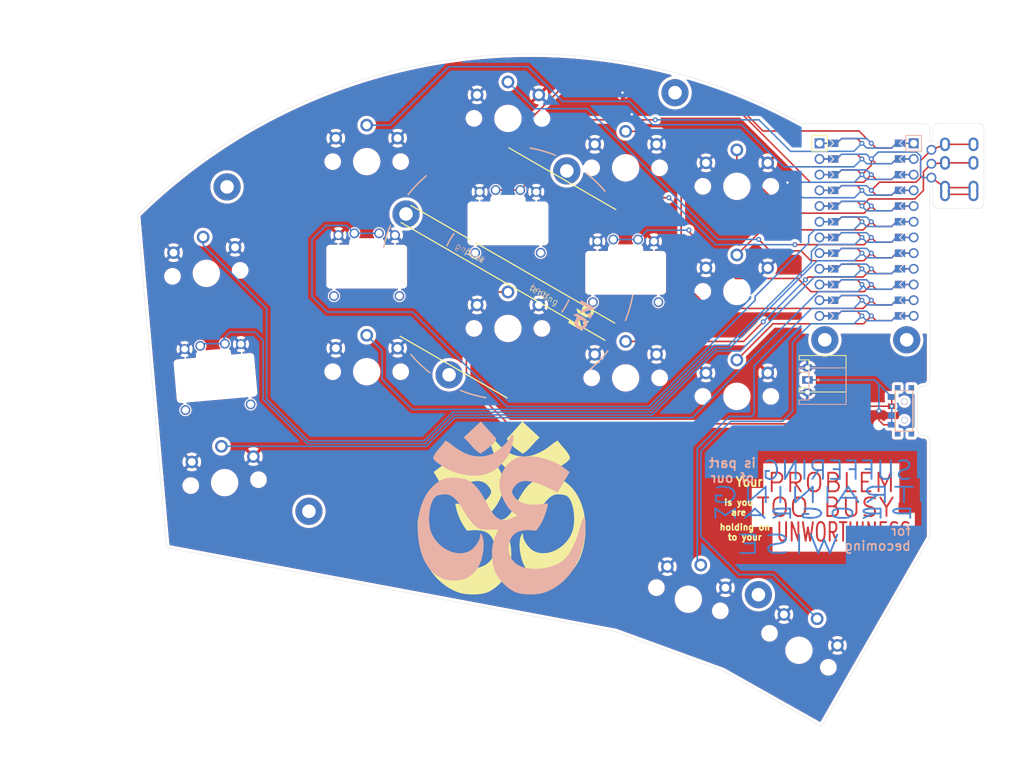
<source format=kicad_pcb>
(kicad_pcb (version 20211014) (generator pcbnew)
  (title_block (title "om") (rev "v1.0.0") (company "Unknown"))
  (layers (0 "F.Cu" signal) (31 "B.Cu" signal) (34 "B.Paste" user) (35 "F.Paste" user) (36 "B.SilkS" user "B.Silkscreen") (37 "F.SilkS" user "F.Silkscreen") (38 "B.Mask" user) (39 "F.Mask" user) (44 "Edge.Cuts" user))
  (net 0 "")
  (net 1 "GND")
  (net 2 "P7")
  (net 3 "P6")
  (net 4 "P5")
  (net 5 "P4")
  (net 6 "P3")
  (net 7 "P0")
  (net 8 "P1")
  (net 9 "P19")
  (net 10 "P18")
  (net 11 "P15")
  (net 12 "P14")
  (net 13 "P16")
  (net 14 "P10")
  (net 15 "P20")
  (net 16 "P21")
  (net 17 "P8")
  (net 18 "P9")
  (net 19 "RAW")
  (net 20 "RST")
  (net 21 "VCC")
  (net 22 "P2")
  (net 23 "POSITIVE")
  (footprint "E73:SPDT_C128955" (layer "F.Cu") (at 262.31 156.96 -90)
    (fp_text reference "T1" hide)
    (fp_text value "" hide)
  )
  (footprint "PG1350" (layer "F.Cu") (at 235.17 120.62)
    (fp_text reference "S15" hide)
    (fp_text value "" hide)
  )
  (footprint "JST_PH_S2B-PH-K_02x2.00mm_Angled" (layer "F.Cu") (at 246.6 150.955 90)
    (fp_text reference "JST1" hide)
    (fp_text value "" hide)
  )
  (footprint "Tenting Puck" (layer "F.Cu") (at 198.12 134.62 60)
    (fp_text reference "_1" hide)
    (fp_text value "Tenting Puck")
  )
  (footprint "" (layer "F.Cu") (at 238.66 186.71)
    (fp_text reference "")
    (fp_text value "")
  )
  (footprint "PG1350" (layer "F.Cu") (at 149.303719 134.703502 5)
    (fp_text reference "S3" hide)
    (fp_text value "" hide)
  )
  (footprint "TRRS-PJ-320A-dual" (layer "F.Cu") (at 273.46 110.62)
    (fp_text reference "REF**")
    (fp_text value "TRRS-PJ-320A-dual")
  )
  (footprint "PG1350" (layer "F.Cu") (at 235.17 137.62)
    (fp_text reference "S14" hide)
    (fp_text value "" hide)
  )
  (footprint "" (layer "F.Cu") (at 262.66 145.46)
    (fp_text reference "")
    (fp_text value "")
  )
  (footprint "PG1350" (layer "F.Cu") (at 227.319467 187.446363 -20)
    (fp_text reference "S16" hide)
    (fp_text value "" hide)
  )
  (footprint "" (layer "F.Cu") (at 249.41 145.46)
    (fp_text reference "")
    (fp_text value "")
  )
  (footprint "PG1350" (layer "F.Cu") (at 152.267014 168.574122 5)
    (fp_text reference "S1" hide)
    (fp_text value "" hide)
  )
  (footprint "PG1350" (layer "F.Cu") (at 175.26 116.62)
    (fp_text reference "S6" hide)
    (fp_text value "" hide)
  )
  (footprint "ProMicro" (layer "F.Cu") (at 256.17 127.62 -90)
    (fp_text reference "MCU1" hide)
    (fp_text value "")
  )
  (footprint "om:Kailh_PG1232" (layer "F.Cu") (at 175.26 133.62 180)
    (fp_text reference "S5" hide)
    (fp_text value "" hide)
  )
  (footprint "PG1350" (layer "F.Cu") (at 235.17 154.62)
    (fp_text reference "S13" hide)
    (fp_text value "" hide)
  )
  (footprint "" (layer "F.Cu") (at 225.16 105.46)
    (fp_text reference "")
    (fp_text value "")
  )
  (footprint "PG1350" (layer "F.Cu") (at 245.216963 195.71007 -30)
    (fp_text reference "S17" hide)
    (fp_text value "" hide)
  )
  (footprint "om:Kailh_PG1232" (layer "F.Cu") (at 217.17 134.62 180)
    (fp_text reference "S11" hide)
    (fp_text value "" hide)
  )
  (footprint "" (layer "F.Cu") (at 165.91 173.21)
    (fp_text reference "")
    (fp_text value "")
  )
  (footprint "" (layer "F.Cu") (at 266.66 116.96)
    (fp_text reference "")
    (fp_text value "")
  )
  (footprint "PG1350" (layer "F.Cu") (at 217.17 117.62)
    (fp_text reference "S12" hide)
    (fp_text value "" hide)
  )
  (footprint "om:Kailh_PG1232" (layer "F.Cu") (at 198.12 126.62 180)
    (fp_text reference "S8" hide)
    (fp_text value "" hide)
  )
  (footprint "" (layer "F.Cu") (at 266.66 114.71)
    (fp_text reference "")
    (fp_text value "")
  )
  (footprint "PG1350" (layer "F.Cu") (at 198.12 109.62)
    (fp_text reference "S9" hide)
    (fp_text value "" hide)
  )
  (footprint "PG1350" (layer "F.Cu") (at 217.17 151.62)
    (fp_text reference "S10" hide)
    (fp_text value "" hide)
  )
  (footprint "" (layer "F.Cu") (at 266.66 119.21)
    (fp_text reference "")
    (fp_text value "")
  )
  (footprint "om:Kailh_PG1232" (layer "F.Cu") (at 150.785366 151.638812 -175)
    (fp_text reference "S2" hide)
    (fp_text value "" hide)
  )
  (footprint "" (layer "F.Cu") (at 152.66 120.71)
    (fp_text reference "")
    (fp_text value "")
  )
  (footprint "PG1350" (layer "F.Cu") (at 175.26 150.62)
    (fp_text reference "S4" hide)
    (fp_text value "" hide)
  )
  (footprint "lib:Jumper" (layer "F.Cu") (at 217.16 105.46)
    (fp_text reference "J1" hide)
    (fp_text value "Jumper")
  )
  (footprint "PG1350" (layer "F.Cu") (at 198.12 143.62)
    (fp_text reference "S7" hide)
    (fp_text value "" hide)
  )
  (footprint "E73:SPDT_C128955" (layer "B.Cu") (at 262.2975 156.96 90)
    (fp_text reference "T1" hide)
    (fp_text value "" hide)
  )
  (gr_poly (pts (xy 198.100329 164.237575) (xy 198.22879 164.001321) (xy 198.349988 163.745502) (xy 198.462995 163.474921) (xy 198.566883 163.194379) (xy 198.660725 162.90868) (xy 198.743593 162.622627) (xy 198.814559 162.341023) (xy 198.872694 162.06867) (xy 198.917072 161.810371) (xy 198.946765 161.570929) (xy 198.960844 161.355148) (xy 198.958382 161.16783) (xy 198.938451 161.013777) (xy 198.921645 160.950726) (xy 198.900124 160.897793) (xy 198.873771 160.855577) (xy 198.842472 160.82468) (xy 198.806109 160.805702) (xy 198.764567 160.799242) (xy 198.654113 161.022797) (xy 198.530774 161.243032) (xy 198.395283 161.459664) (xy 198.248375 161.672407) (xy 198.090783 161.880976) (xy 197.923241 162.085088) (xy 197.746482 162.284458) (xy 197.561239 162.478801) (xy 197.368247 162.667833) (xy 197.168238 162.851269) (xy 196.961947 163.028824) (xy 196.750108 163.200215) (xy 196.533452 163.365156) (xy 196.312716 163.523363) (xy 196.088631 163.674551) (xy 195.861931 163.818437) (xy 195.45245 163.999087) (xy 195.041997 164.144943) (xy 194.630319 164.255956) (xy 194.217159 164.332075) (xy 193.802263 164.373252) (xy 193.385376 164.379438) (xy 192.966243 164.350584) (xy 192.544609 164.28664) (xy 192.120219 164.187557) (xy 191.692818 164.053287) (xy 191.26215 163.88378) (xy 190.827961 163.678987) (xy 190.389996 163.438858) (xy 189.947999 163.163345) (xy 189.501716 162.852399) (xy 189.050892 162.50597) (xy 188.854928 162.351957) (xy 188.668968 162.212448) (xy 188.497305 162.090198) (xy 188.344235 161.987961) (xy 188.214053 161.908494) (xy 188.158887 161.878159) (xy 188.111053 161.85455) (xy 188.071088 161.838011) (xy 188.039529 161.828886) (xy 188.016912 161.827519) (xy 188.009126 161.829853) (xy 188.003776 161.834256) (xy 187.888344 162.004137) (xy 187.764449 162.170802) (xy 187.633724 162.334959) (xy 187.497801 162.497315) (xy 186.934765 163.142892) (xy 186.79733 163.306864) (xy 186.664489 163.473283) (xy 186.537873 163.642857) (xy 186.419116 163.816294) (xy 186.309848 163.994302) (xy 186.211701 164.177589) (xy 186.167309 164.271433) (xy 186.126309 164.366862) (xy 186.088905 164.463965) (xy 186.055302 164.562831) (xy 186.060894 164.607352) (xy 186.077384 164.656527) (xy 186.104343 164.710071) (xy 186.141343 164.767696) (xy 186.187954 164.829117) (xy 186.24375 164.894046) (xy 186.381176 165.033282) (xy 186.550193 165.183115) (xy 186.747371 165.341249) (xy 186.969282 165.505395) (xy 187.212496 165.673258) (xy 187.473586 165.842546) (xy 187.749121 166.010968) (xy 188.035672 166.17623) (xy 188.329812 166.336041) (xy 188.628111 166.488107) (xy 188.92714 166.630136) (xy 189.22347 166.759836) (xy 189.513673 166.874915) (xy 190.208595 167.060975) (xy 190.876487 167.209444) (xy 191.518618 167.31835) (xy 192.136261 167.385723) (xy 192.730685 167.409595) (xy 193.303161 167.387993) (xy 193.854959 167.318949) (xy 194.123502 167.266021) (xy 194.387352 167.200493) (xy 194.646667 167.122119) (xy 194.901608 167.030653) (xy 195.152332 166.925849) (xy 195.398999 166.807461) (xy 195.641767 166.675242) (xy 195.880795 166.528946) (xy 196.116242 166.368327) (xy 196.348267 166.193138) (xy 196.577029 166.003133) (xy 196.802686 165.798067) (xy 197.025397 165.577692) (xy 197.245322 165.341763) (xy 197.677446 164.822255) (xy 198.100329 164.237575)) (layer "B.SilkS") (width 0.079374) (fill solid))
  (gr_poly (pts (xy 196.195152 161.465283) (xy 193.733805 158.736095) (xy 190.998479 161.26821) (xy 191.171016 161.417431) (xy 191.338411 161.575134) (xy 191.501622 161.739833) (xy 191.661608 161.910041) (xy 192.288438 162.616237) (xy 192.446655 162.791695) (xy 192.607392 162.963743) (xy 192.771606 163.130896) (xy 192.940253 163.291666) (xy 193.114293 163.444568) (xy 193.294682 163.588115) (xy 193.482378 163.72082) (xy 193.678339 163.841198) (xy 194.369994 163.350631) (xy 194.737262 163.084582) (xy 194.919772 162.945475) (xy 195.099062 162.801975) (xy 195.273279 162.653827) (xy 195.440572 162.500776) (xy 195.599087 162.342569) (xy 195.746972 162.178951) (xy 195.882373 162.009668) (xy 196.003439 161.834465) (xy 196.058017 161.744564) (xy 196.108316 161.653088) (xy 196.154105 161.560005) (xy 196.195152 161.465283)) (layer "B.SilkS") (width 0.079374) (fill solid))
  (gr_poly (pts (xy 204.083375 186.305893) (xy 204.368578 186.198328) (xy 204.648764 186.081313) (xy 205.193714 185.819388) (xy 205.717484 185.521025) (xy 206.219334 185.18713) (xy 206.698523 184.81861) (xy 207.154311 184.416372) (xy 207.585959 183.981323) (xy 207.992725 183.514369) (xy 208.373868 183.016416) (xy 208.72865 182.488372) (xy 209.056329 181.931144) (xy 209.356165 181.345637) (xy 209.627417 180.732759) (xy 209.869346 180.093416) (xy 210.08121 179.428516) (xy 210.26227 178.738964) (xy 210.333936 178.408515) (xy 210.398641 178.057833) (xy 210.506239 177.318702) (xy 210.583214 176.567439) (xy 210.627714 175.849913) (xy 210.637889 175.211993) (xy 210.629526 174.937218) (xy 210.611888 174.699546) (xy 210.584742 174.504709) (xy 210.547859 174.358441) (xy 210.501005 174.266475) (xy 210.473768 174.242648) (xy 210.443951 174.234546) (xy 210.433081 174.236784) (xy 210.421172 174.243423) (xy 210.408268 174.254355) (xy 210.394411 174.26947) (xy 210.379641 174.288658) (xy 210.364002 174.311809) (xy 210.330282 174.369563) (xy 210.293586 174.441854) (xy 210.254249 174.527806) (xy 210.212608 174.626541) (xy 210.168997 174.737181) (xy 210.123752 174.858851) (xy 210.077209 174.990671) (xy 210.029703 175.131766) (xy 209.981569 175.281258) (xy 209.933144 175.438269) (xy 209.884763 175.601922) (xy 209.836761 175.77134) (xy 209.789474 175.945646) (xy 209.682606 176.330122) (xy 209.567312 176.71045) (xy 209.444204 177.085358) (xy 209.313893 177.453576) (xy 209.17699 177.813836) (xy 209.034107 178.164865) (xy 208.885855 178.505395) (xy 208.732845 178.834154) (xy 208.575689 179.149874) (xy 208.414997 179.451283) (xy 208.251382 179.737112) (xy 208.085454 180.00609) (xy 207.917825 180.256947) (xy 207.749106 180.488414) (xy 207.579908 180.699219) (xy 207.410843 180.888093) (xy 207.264301 181.032674) (xy 207.105512 181.171535) (xy 206.935167 181.304561) (xy 206.753957 181.431638) (xy 206.361712 181.667483) (xy 205.93431 181.878149) (xy 205.477286 182.062717) (xy 204.996175 182.220265) (xy 204.49651 182.349875) (xy 203.983826 182.450626) (xy 203.463657 182.521597) (xy 202.941538 182.561869) (xy 202.423002 182.570522) (xy 201.913585 182.546634) (xy 201.418819 182.489287) (xy 200.94424 182.39756) (xy 200.71625 182.338516) (xy 200.495381 182.270532) (xy 200.282327 182.193494) (xy 200.077778 182.107285) (xy 199.92484 182.033517) (xy 199.777767 181.95386) (xy 199.636635 181.868513) (xy 199.501517 181.777675) (xy 199.372489 181.681546) (xy 199.249626 181.580323) (xy 199.133003 181.474208) (xy 199.022693 181.363398) (xy 198.918773 181.248093) (xy 198.821317 181.128492) (xy 198.7304 181.004794) (xy 198.646096 180.877199) (xy 198.568482 180.745906) (xy 198.49763 180.611113) (xy 198.433617 180.47302) (xy 198.376517 180.331826) (xy 198.326405 180.187731) (xy 198.283355 180.040932) (xy 198.247443 179.891631) (xy 198.218744 179.740025) (xy 198.197332 179.586314) (xy 198.183283 179.430698) (xy 198.17667 179.273374) (xy 198.177569 179.114543) (xy 198.186055 178.954404) (xy 198.202203 178.793155) (xy 198.226087 178.630997) (xy 198.257782 178.468127) (xy 198.297363 178.304746) (xy 198.344905 178.141052) (xy 198.400484 177.977245) (xy 198.464172 177.813523) (xy 198.518629 177.68972) (xy 198.577309 177.571152) (xy 198.640282 177.457793) (xy 198.707618 177.349618) (xy 198.779388 177.246603) (xy 198.855663 177.148722) (xy 198.936512 177.055951) (xy 199.022007 176.968263) (xy 199.112217 176.885635) (xy 199.207213 176.80804) (xy 199.307066 176.735455) (xy 199.411846 176.667854) (xy 199.521622 176.605211) (xy 199.636467 176.547503) (xy 199.75645 176.494703) (xy 199.881641 176.446787) (xy 200.012112 176.403729) (xy 200.147932 176.365505) (xy 200.289171 176.33209) (xy 200.435901 176.303458) (xy 200.588192 176.279585) (xy 200.746114 176.260444) (xy 200.909737 176.246013) (xy 201.079133 176.236264) (xy 201.25437 176.231174) (xy 201.435521 176.230716) (xy 201.622655 176.234867) (xy 201.815842 176.243601) (xy 202.015154 176.256893) (xy 202.22066 176.274718) (xy 202.432431 176.29705) (xy 202.650537 176.323865) (xy 202.713598 176.251554) (xy 202.78708 176.161933) (xy 202.883778 176.037348) (xy 203.000129 175.878313) (xy 203.132571 175.685338) (xy 203.27754 175.458934) (xy 203.431473 175.199613) (xy 203.590806 174.907886) (xy 203.671385 174.75003) (xy 203.751978 174.584264) (xy 203.83214 174.410653) (xy 203.911425 174.229259) (xy 203.989388 174.040148) (xy 204.065583 173.843383) (xy 204.139566 173.639027) (xy 204.21089 173.427145) (xy 204.279111 173.207801) (xy 204.343783 172.981058) (xy 204.40446 172.74698) (xy 204.460697 172.505632) (xy 204.512049 172.257078) (xy 204.558071 172.00138) (xy 203.07527 172.135836) (xy 202.745586 172.159691) (xy 202.426466 172.170589) (xy 202.118218 172.16862) (xy 201.821151 172.153874) (xy 201.535576 172.126442) (xy 201.2618 172.086414) (xy 201.000134 172.033882) (xy 200.750886 171.968935) (xy 200.514366 171.891665) (xy 200.290882 171.802161) (xy 200.080744 171.700514) (xy 199.884261 171.586815) (xy 199.701742 171.461154) (xy 199.533497 171.323621) (xy 199.379834 171.174309) (xy 199.241063 171.013306) (xy 199.125639 170.862298) (xy 199.026029 170.721784) (xy 198.9423 170.590238) (xy 198.906411 170.527353) (xy 198.874518 170.466139) (xy 198.846629 170.406405) (xy 198.822752 170.347961) (xy 198.802896 170.290617) (xy 198.787068 170.234182) (xy 198.775278 170.178465) (xy 198.767533 170.123277) (xy 198.763842 170.068426) (xy 198.764214 170.013722) (xy 198.768656 169.958976) (xy 198.777178 169.903995) (xy 198.789787 169.848591) (xy 198.806492 169.792572) (xy 198.827301 169.735748) (xy 198.852223 169.677928) (xy 198.881266 169.618922) (xy 198.914439 169.55854) (xy 198.951749 169.496591) (xy 198.993205 169.432885) (xy 199.08859 169.299438) (xy 199.200661 169.156677) (xy 199.329483 169.003076) (xy 199.430982 168.892492) (xy 199.537605 168.790956) (xy 199.649555 168.698502) (xy 199.767034 168.615164) (xy 199.890243 168.540974) (xy 200.019384 168.475966) (xy 200.15466 168.420173) (xy 200.296272 168.373627) (xy 200.444423 168.336362) (xy 200.599313 168.308412) (xy 200.761146 168.289808) (xy 200.930124 168.280585) (xy 201.106447 168.280775) (xy 201.290318 168.290412) (xy 201.48194 168.309529) (xy 201.681513 168.338158) (xy 201.88924 168.376334) (xy 202.105324 168.424088) (xy 202.329965 168.481454) (xy 202.563366 168.548466) (xy 202.805728 168.625156) (xy 203.057255 168.711558) (xy 203.588606 168.913629) (xy 204.159036 169.154943) (xy 204.77016 169.435766) (xy 205.423594 169.756363) (xy 206.120952 170.116999) (xy 208.058094 166.869764) (xy 207.245969 166.250323) (xy 206.847546 165.968521) (xy 206.418425 165.705885) (xy 205.963033 165.463387) (xy 205.485794 165.241998) (xy 204.991135 165.042691) (xy 204.483481 164.866437) (xy 203.967259 164.714209) (xy 203.446893 164.586978) (xy 202.926809 164.485717) (xy 202.411434 164.411397) (xy 201.905193 164.36499) (xy 201.412512 164.347468) (xy 200.937816 164.359803) (xy 200.485531 164.402966) (xy 200.060082 164.477931) (xy 199.665897 164.585668) (xy 199.495627 164.647536) (xy 199.328435 164.71952) (xy 199.164544 164.801223) (xy 199.004176 164.892247) (xy 198.847554 164.992195) (xy 198.694902 165.10067) (xy 198.546441 165.217273) (xy 198.402395 165.341609) (xy 198.262986 165.473279) (xy 198.128437 165.611886) (xy 197.99897 165.757033) (xy 197.874809 165.908322) (xy 197.756176 166.065355) (xy 197.643293 166.227737) (xy 197.536385 166.395068) (xy 197.435672 166.566952) (xy 197.341378 166.742991) (xy 197.253726 166.922788) (xy 197.172938 167.105946) (xy 197.099237 167.292067) (xy 197.032846 167.480754) (xy 196.973988 167.671609) (xy 196.922885 167.864235) (xy 196.87976 168.058235) (xy 196.844835 168.253211) (xy 196.818334 168.448766) (xy 196.800479 168.644502) (xy 196.791493 168.840022) (xy 196.791599 169.034929) (xy 196.801019 169.228825) (xy 196.819976 169.421313) (xy 196.848692 169.611996) (xy 196.903958 169.874375) (xy 196.977618 170.146772) (xy 197.068058 170.426365) (xy 197.17366 170.710331) (xy 197.292809 170.995848) (xy 197.42389 171.280092) (xy 197.565285 171.560241) (xy 197.715379 171.833472) (xy 197.872556 172.096962) (xy 198.0352 172.347889) (xy 198.201696 172.583431) (xy 198.370426 172.800763) (xy 198.539775 172.997065) (xy 198.708127 173.169512) (xy 198.873866 173.315282) (xy 199.035376 173.431553) (xy 199.766028 173.894169) (xy 198.756784 174.349273) (xy 198.597931 174.417763) (xy 198.442832 174.478167) (xy 198.291328 174.530396) (xy 198.143259 174.574358) (xy 197.998466 174.609965) (xy 197.856789 174.637126) (xy 197.718069 174.65575) (xy 197.582145 174.665748) (xy 197.448858 174.667029) (xy 197.318048 174.659504) (xy 197.189557 174.643082) (xy 197.063223 174.617672) (xy 196.938887 174.583186) (xy 196.816391 174.539532) (xy 196.695573 174.486621) (xy 196.576275 174.424362) (xy 196.458337 174.352665) (xy 196.341598 174.27144) (xy 196.2259 174.180598) (xy 196.111083 174.080047) (xy 195.996987 173.969697) (xy 195.883453 173.849459) (xy 195.77032 173.719243) (xy 195.657429 173.578957) (xy 195.544621 173.428513) (xy 195.431736 173.267819) (xy 195.205095 172.915324) (xy 194.976229 172.52075) (xy 194.743862 172.083377) (xy 194.425893 171.477179) (xy 194.119112 170.92743) (xy 193.820447 170.43173) (xy 193.526829 169.987682) (xy 193.235185 169.592887) (xy 192.942445 169.244945) (xy 192.794705 169.087794) (xy 192.645539 168.941458) (xy 192.494563 168.805635) (xy 192.341394 168.680027) (xy 192.185648 168.564333) (xy 192.026941 168.458254) (xy 191.864889 168.361489) (xy 191.699108 168.273739) (xy 191.529214 168.194704) (xy 191.354824 168.124084) (xy 191.175554 168.061579) (xy 190.991019 168.00689) (xy 190.604622 167.919758) (xy 190.192561 167.86029) (xy 189.751765 167.826087) (xy 189.279165 167.814749) (xy 189.060106 167.816025) (xy 188.857585 167.820865) (xy 188.669792 167.829802) (xy 188.494914 167.843371) (xy 188.331139 167.862106) (xy 188.176655 167.886541) (xy 188.029651 167.91721) (xy 187.888313 167.954647) (xy 187.750832 167.999386) (xy 187.615393 168.051961) (xy 187.480186 168.112906) (xy 187.343399 168.182755) (xy 187.203219 168.262043) (xy 187.057834 168.351302) (xy 186.905434 168.451068) (xy 186.744205 168.561875) (xy 186.539713 168.712085) (xy 186.341211 168.8718) (xy 186.148785 169.040793) (xy 185.962519 169.21884) (xy 185.782496 169.405716) (xy 185.608803 169.601194) (xy 185.441522 169.805051) (xy 185.28074 170.017059) (xy 185.12654 170.236995) (xy 184.979006 170.464633) (xy 184.838224 170.699748) (xy 184.704278 170.942114) (xy 184.457231 171.447699) (xy 184.238541 171.979586) (xy 184.048886 172.535972) (xy 183.88894 173.115056) (xy 183.75938 173.715035) (xy 183.660883 174.334106) (xy 183.594123 174.970468) (xy 183.559779 175.622319) (xy 183.558524 176.287855) (xy 183.591037 176.965275) (xy 183.675375 177.808487) (xy 183.80193 178.607731) (xy 183.96958 179.361569) (xy 184.177198 180.06856) (xy 184.423661 180.727265) (xy 184.707846 181.336244) (xy 185.028626 181.894058) (xy 185.384879 182.399267) (xy 185.575956 182.631694) (xy 185.77548 182.850431) (xy 185.983309 183.055296) (xy 186.199304 183.24611) (xy 186.423324 183.422693) (xy 186.655228 183.584866) (xy 186.894876 183.732447) (xy 187.142127 183.865258) (xy 187.396841 183.983117) (xy 187.658877 184.085846) (xy 187.928094 184.173264) (xy 188.204353 184.245192) (xy 188.487513 184.301449) (xy 188.777432 184.341855) (xy 189.073971 184.366231) (xy 189.376989 184.374396) (xy 189.705724 184.366975) (xy 190.020113 184.344499) (xy 190.320746 184.306647) (xy 190.60821 184.2531) (xy 190.883094 184.183537) (xy 191.145985 184.097639) (xy 191.397471 183.995086) (xy 191.638142 183.875557) (xy 191.868583 183.738733) (xy 192.089385 183.584294) (xy 192.301135 183.411919) (xy 192.50442 183.221289) (xy 192.69983 183.012083) (xy 192.887951 182.783982) (xy 193.069373 182.536666) (xy 193.244683 182.269814) (xy 193.390859 182.012509) (xy 193.526071 181.72938) (xy 193.649756 181.424397) (xy 193.761351 181.101527) (xy 193.860293 180.76474) (xy 193.94602 180.418003) (xy 194.01797 180.065286) (xy 194.075578 179.710557) (xy 194.118283 179.357784) (xy 194.145522 179.010935) (xy 194.156732 178.67398) (xy 194.15135 178.350887) (xy 194.128813 178.045624) (xy 194.08856 177.76216) (xy 194.030026 177.504463) (xy 193.952649 177.276502) (xy 193.877427 177.097709) (xy 193.845652 177.026453) (xy 193.817462 176.967151) (xy 193.792628 176.919698) (xy 193.770921 176.883989) (xy 193.761167 176.870506) (xy 193.75211 176.859919) (xy 193.743719 176.852216) (xy 193.735966 176.847384) (xy 193.728822 176.845409) (xy 193.72226 176.846278) (xy 193.716249 176.849979) (xy 193.710762 176.856497) (xy 193.705769 176.865821) (xy 193.701243 176.877936) (xy 193.693473 176.91049) (xy 193.687223 176.954053) (xy 193.682264 177.008521) (xy 193.678365 177.07379) (xy 193.675298 177.149753) (xy 193.670242 177.225884) (xy 193.660205 177.304685) (xy 193.625887 177.469299) (xy 193.573742 177.6416) (xy 193.505166 177.819591) (xy 193.421559 178.001275) (xy 193.324317 178.184654) (xy 193.214839 178.367733) (xy 193.094522 178.548513) (xy 192.964765 178.724999) (xy 192.826963 178.895194) (xy 192.682516 179.0571) (xy 192.532822 179.20872) (xy 192.379277 179.348058) (xy 192.223279 179.473117) (xy 192.066227 179.5819) (xy 191.909518 179.67241) (xy 191.715528 179.764476) (xy 191.516813 179.842799) (xy 191.313861 179.9076) (xy 191.107158 179.9591) (xy 190.897192 179.99752) (xy 190.68445 180.023079) (xy 190.469421 180.035999) (xy 190.25259 180.0365) (xy 190.034445 180.024802) (xy 189.815474 180.001126) (xy 189.596165 179.965694) (xy 189.377003 179.918724) (xy 189.158478 179.860438) (xy 188.941075 179.791056) (xy 188.725282 179.710799) (xy 188.511588 179.619888) (xy 188.300478 179.518543) (xy 188.09244 179.406984) (xy 187.887963 179.285432) (xy 187.687532 179.154108) (xy 187.491635 179.013232) (xy 187.300761 178.863025) (xy 187.115395 178.703707) (xy 186.936025 178.535499) (xy 186.76314 178.358621) (xy 186.597225 178.173295) (xy 186.438768 177.97974) (xy 186.288257 177.778177) (xy 186.146179 177.568826) (xy 186.013022 177.351909) (xy 185.889272 177.127646) (xy 185.775417 176.896257) (xy 185.625997 176.520072) (xy 185.507388 176.109493) (xy 185.418687 175.671534) (xy 185.35899 175.213209) (xy 185.327393 174.741534) (xy 185.322994 174.263523) (xy 185.344889 173.786191) (xy 185.392174 173.316553) (xy 185.463947 172.861624) (xy 185.559303 172.428418) (xy 185.67734 172.02395) (xy 185.817153 171.655236) (xy 185.97784 171.329289) (xy 186.065729 171.184545) (xy 186.158498 171.053125) (xy 186.256033 170.935903) (xy 186.358222 170.833758) (xy 186.464952 170.747565) (xy 186.576109 170.678203) (xy 186.627772 170.653133) (xy 186.687442 170.628766) (xy 186.754408 170.605229) (xy 186.827959 170.582646) (xy 186.90738 170.561145) (xy 186.991962 170.540852) (xy 187.080991 170.521893) (xy 187.173755 170.504394) (xy 187.269542 170.488481) (xy 187.367641 170.47428) (xy 187.467338 170.461918) (xy 187.567922 170.45152) (xy 187.668682 170.443214) (xy 187.768903 170.437124) (xy 187.867876 170.433378) (xy 187.964886 170.432101) (xy 188.066037 170.434405) (xy 188.165926 170.44138) (xy 188.26466 170.453123) (xy 188.362345 170.46973) (xy 188.459086 170.491298) (xy 188.554987 170.517924) (xy 188.650156 170.549705) (xy 188.744696 170.586736) (xy 188.838715 170.629114) (xy 188.932316 170.676936) (xy 189.025606 170.730298) (xy 189.11869 170.789297) (xy 189.211674 170.85403) (xy 189.304662 170.924593) (xy 189.397761 171.001082) (xy 189.491077 171.083594) (xy 189.584713 171.172227) (xy 189.678776 171.267075) (xy 189.868606 171.475806) (xy 190.061408 171.710561) (xy 190.258027 171.972112) (xy 190.459307 172.261232) (xy 190.666092 172.578692) (xy 190.879225 172.925265) (xy 191.099549 173.301723) (xy 191.266751 173.581012) (xy 191.454079 173.871569) (xy 191.655193 174.16489) (xy 191.86375 174.45247) (xy 192.07341 174.725803) (xy 192.277832 174.976386) (xy 192.470674 175.195713) (xy 192.560771 175.290998) (xy 192.645596 175.37528) (xy 192.773748 175.495814) (xy 192.893581 175.603075) (xy 193.007471 175.697821) (xy 193.117795 175.780811) (xy 193.172362 175.818134) (xy 193.22693 175.852802) (xy 193.281794 175.88491) (xy 193.337253 175.914554) (xy 193.393603 175.941827) (xy 193.451141 175.966825) (xy 193.510165 175.989642) (xy 193.570972 176.010373) (xy 193.633858 176.029113) (xy 193.699121 176.045957) (xy 193.767058 176.061) (xy 193.837966 176.074336) (xy 193.912143 176.08606) (xy 193.989885 176.096268) (xy 194.157253 176.112511) (xy 194.342449 176.123824) (xy 194.547848 176.130966) (xy 194.775828 176.134695) (xy 195.028766 176.135769) (xy 196.61758 176.135769) (xy 196.104021 177.276502) (xy 195.975207 177.594104) (xy 195.864397 177.9326) (xy 195.771552 178.288976) (xy 195.696633 178.660217) (xy 195.639598 179.043308) (xy 195.60041 179.435235) (xy 195.579029 179.832983) (xy 195.575414 180.233537) (xy 195.589527 180.633882) (xy 195.621327 181.031004) (xy 195.670776 181.421888) (xy 195.737834 181.803519) (xy 195.822461 182.172883) (xy 195.924618 182.526965) (xy 196.044265 182.86275) (xy 196.181362 183.177223) (xy 196.320472 183.444738) (xy 196.478926 183.711043) (xy 196.654939 183.974512) (xy 196.846721 184.233519) (xy 197.052486 184.48644) (xy 197.270446 184.731649) (xy 197.498814 184.96752) (xy 197.735801 185.192428) (xy 197.979621 185.404748) (xy 198.228487 185.602853) (xy 198.480609 185.785119) (xy 198.734202 185.949919) (xy 198.987477 186.095629) (xy 199.238647 186.220623) (xy 199.485924 186.323276) (xy 199.727521 186.401962) (xy 199.968061 186.46183) (xy 200.224345 186.512662) (xy 200.493905 186.55451) (xy 200.774274 186.587431) (xy 201.062983 186.611478) (xy 201.357564 186.626705) (xy 201.65555 186.633167) (xy 201.954471 186.630919) (xy 202.251861 186.620015) (xy 202.54525 186.60051) (xy 202.832171 186.572457) (xy 203.110157 186.535912) (xy 203.376738 186.490929) (xy 203.629446 186.437561) (xy 203.865815 186.375865) (xy 204.083375 186.305893)) (layer "B.SilkS") (width 0.079374) (fill solid))
  (gr_poly (pts (xy 196.096085 164.237575) (xy 195.967624 164.001321) (xy 195.846426 163.745502) (xy 195.733419 163.474921) (xy 195.629531 163.194379) (xy 195.535689 162.90868) (xy 195.452821 162.622627) (xy 195.381855 162.341023) (xy 195.32372 162.06867) (xy 195.279342 161.810371) (xy 195.249649 161.570929) (xy 195.23557 161.355148) (xy 195.238032 161.16783) (xy 195.257963 161.013777) (xy 195.274769 160.950726) (xy 195.29629 160.897793) (xy 195.322643 160.855577) (xy 195.353942 160.82468) (xy 195.390305 160.805702) (xy 195.431847 160.799242) (xy 195.542301 161.022797) (xy 195.66564 161.243032) (xy 195.801131 161.459664) (xy 195.948039 161.672407) (xy 196.105631 161.880976) (xy 196.273173 162.085088) (xy 196.449932 162.284458) (xy 196.635175 162.478801) (xy 196.828167 162.667833) (xy 197.028176 162.851269) (xy 197.234467 163.028824) (xy 197.446306 163.200215) (xy 197.662962 163.365156) (xy 197.883698 163.523363) (xy 198.107783 163.674551) (xy 198.334483 163.818437) (xy 198.743964 163.999087) (xy 199.154417 164.144943) (xy 199.566095 164.255956) (xy 199.979255 164.332075) (xy 200.394151 164.373252) (xy 200.811038 164.379438) (xy 201.230171 164.350584) (xy 201.651805 164.28664) (xy 202.076195 164.187557) (xy 202.503596 164.053287) (xy 202.934264 163.88378) (xy 203.368453 163.678987) (xy 203.806418 163.438858) (xy 204.248415 163.163345) (xy 204.694698 162.852399) (xy 205.145522 162.50597) (xy 205.341486 162.351957) (xy 205.527446 162.212448) (xy 205.699109 162.090198) (xy 205.852179 161.987961) (xy 205.982361 161.908494) (xy 206.037527 161.878159) (xy 206.085361 161.85455) (xy 206.125326 161.838011) (xy 206.156885 161.828886) (xy 206.179502 161.827519) (xy 206.187288 161.829853) (xy 206.192638 161.834256) (xy 206.30807 162.004137) (xy 206.431965 162.170802) (xy 206.56269 162.334959) (xy 206.698613 162.497315) (xy 207.261649 163.142892) (xy 207.399084 163.306864) (xy 207.531925 163.473283) (xy 207.658541 163.642857) (xy 207.777298 163.816294) (xy 207.886566 163.994302) (xy 207.984713 164.177589) (xy 208.029105 164.271433) (xy 208.070105 164.366862) (xy 208.107509 164.463965) (xy 208.141112 164.562831) (xy 208.13552 164.607352) (xy 208.11903 164.656527) (xy 208.092071 164.710071) (xy 208.055071 164.767696) (xy 208.00846 164.829117) (xy 207.952664 164.894046) (xy 207.815238 165.033282) (xy 207.646221 165.183115) (xy 207.449043 165.341249) (xy 207.227132 165.505395) (xy 206.983918 165.673258) (xy 206.722828 165.842546) (xy 206.447293 166.010968) (xy 206.160742 166.17623) (xy 205.866602 166.336041) (xy 205.568303 166.488107) (xy 205.269274 166.630136) (xy 204.972944 166.759836) (xy 204.682741 166.874915) (xy 203.987819 167.060975) (xy 203.319927 167.209444) (xy 202.677796 167.31835) (xy 202.060153 167.385723) (xy 201.465729 167.409595) (xy 200.893253 167.387993) (xy 200.341455 167.318949) (xy 200.072912 167.266021) (xy 199.809062 167.200493) (xy 199.549747 167.122119) (xy 199.294806 167.030653) (xy 199.044082 166.925849) (xy 198.797415 166.807461) (xy 198.554647 166.675242) (xy 198.315619 166.528946) (xy 198.080172 166.368327) (xy 197.848147 166.193138) (xy 197.619385 166.003133) (xy 197.393728 165.798067) (xy 197.171017 165.577692) (xy 196.951092 165.341763) (xy 196.518968 164.822255) (xy 196.096085 164.237575)) (layer "F.SilkS") (width 0.079374) (fill solid))
  (gr_poly (pts (xy 198.001262 161.465283) (xy 200.462609 158.736095) (xy 203.197935 161.26821) (xy 203.025398 161.417431) (xy 202.858003 161.575134) (xy 202.694792 161.739833) (xy 202.534806 161.910041) (xy 201.907976 162.616237) (xy 201.749759 162.791695) (xy 201.589022 162.963743) (xy 201.424808 163.130896) (xy 201.256161 163.291666) (xy 201.082121 163.444568) (xy 200.901732 163.588115) (xy 200.714036 163.72082) (xy 200.518075 163.841198) (xy 199.82642 163.350631) (xy 199.459152 163.084582) (xy 199.276642 162.945475) (xy 199.097352 162.801975) (xy 198.923135 162.653827) (xy 198.755842 162.500776) (xy 198.597327 162.342569) (xy 198.449442 162.178951) (xy 198.314041 162.009668) (xy 198.192975 161.834465) (xy 198.138397 161.744564) (xy 198.088098 161.653088) (xy 198.042309 161.560005) (xy 198.001262 161.465283)) (layer "F.SilkS") (width 0.079374) (fill solid))
  (gr_poly (pts (xy 190.113039 186.305893) (xy 189.827836 186.198328) (xy 189.54765 186.081313) (xy 189.0027 185.819388) (xy 188.47893 185.521025) (xy 187.97708 185.18713) (xy 187.497891 184.81861) (xy 187.042103 184.416372) (xy 186.610455 183.981323) (xy 186.203689 183.514369) (xy 185.822546 183.016416) (xy 185.467764 182.488372) (xy 185.140085 181.931144) (xy 184.840249 181.345637) (xy 184.568997 180.732759) (xy 184.327068 180.093416) (xy 184.115204 179.428516) (xy 183.934144 178.738964) (xy 183.862478 178.408515) (xy 183.797773 178.057833) (xy 183.690175 177.318702) (xy 183.6132 176.567439) (xy 183.5687 175.849913) (xy 183.558525 175.211993) (xy 183.566888 174.937218) (xy 183.584526 174.699546) (xy 183.611672 174.504709) (xy 183.648555 174.358441) (xy 183.695409 174.266475) (xy 183.722646 174.242648) (xy 183.752463 174.234546) (xy 183.763333 174.236784) (xy 183.775242 174.243423) (xy 183.788146 174.254355) (xy 183.802003 174.26947) (xy 183.816773 174.288658) (xy 183.832412 174.311809) (xy 183.866132 174.369563) (xy 183.902828 174.441854) (xy 183.942165 174.527806) (xy 183.983806 174.626541) (xy 184.027417 174.737181) (xy 184.072662 174.858851) (xy 184.119205 174.990671) (xy 184.166711 175.131766) (xy 184.214845 175.281258) (xy 184.26327 175.438269) (xy 184.311651 175.601922) (xy 184.359653 175.77134) (xy 184.40694 175.945646) (xy 184.513808 176.330122) (xy 184.629102 176.71045) (xy 184.75221 177.085358) (xy 184.882521 177.453576) (xy 185.019424 177.813836) (xy 185.162307 178.164865) (xy 185.310559 178.505395) (xy 185.463569 178.834154) (xy 185.620725 179.149874) (xy 185.781417 179.451283) (xy 185.945032 179.737112) (xy 186.11096 180.00609) (xy 186.278589 180.256947) (xy 186.447308 180.488414) (xy 186.616506 180.699219) (xy 186.785571 180.888093) (xy 186.932113 181.032674) (xy 187.090902 181.171535) (xy 187.261247 181.304561) (xy 187.442457 181.431638) (xy 187.834702 181.667483) (xy 188.262104 181.878149) (xy 188.719128 182.062717) (xy 189.200239 182.220265) (xy 189.699904 182.349875) (xy 190.212588 182.450626) (xy 190.732757 182.521597) (xy 191.254876 182.561869) (xy 191.773412 182.570522) (xy 192.282829 182.546634) (xy 192.777595 182.489287) (xy 193.252174 182.39756) (xy 193.480164 182.338516) (xy 193.701033 182.270532) (xy 193.914087 182.193494) (xy 194.118636 182.107285) (xy 194.271574 182.033517) (xy 194.418647 181.95386) (xy 194.559779 181.868513) (xy 194.694897 181.777675) (xy 194.823925 181.681546) (xy 194.946788 181.580323) (xy 195.063411 181.474208) (xy 195.173721 181.363398) (xy 195.277641 181.248093) (xy 195.375097 181.128492) (xy 195.466014 181.004794) (xy 195.550318 180.877199) (xy 195.627932 180.745906) (xy 195.698784 180.611113) (xy 195.762797 180.47302) (xy 195.819897 180.331826) (xy 195.870009 180.187731) (xy 195.913059 180.040932) (xy 195.948971 179.891631) (xy 195.97767 179.740025) (xy 195.999082 179.586314) (xy 196.013131 179.430698) (xy 196.019744 179.273374) (xy 196.018845 179.114543) (xy 196.010359 178.954404) (xy 195.994211 178.793155) (xy 195.970327 178.630997) (xy 195.938632 178.468127) (xy 195.899051 178.304746) (xy 195.851509 178.141052) (xy 195.79593 177.977245) (xy 195.732242 177.813523) (xy 195.677785 177.68972) (xy 195.619105 177.571152) (xy 195.556132 177.457793) (xy 195.488796 177.349618) (xy 195.417026 177.246603) (xy 195.340751 177.148722) (xy 195.259902 177.055951) (xy 195.174407 176.968263) (xy 195.084197 176.885635) (xy 194.989201 176.80804) (xy 194.889348 176.735455) (xy 194.784568 176.667854) (xy 194.674792 176.605211) (xy 194.559947 176.547503) (xy 194.439964 176.494703) (xy 194.314773 176.446787) (xy 194.184302 176.403729) (xy 194.048482 176.365505) (xy 193.907243 176.33209) (xy 193.760513 176.303458) (xy 193.608222 176.279585) (xy 193.4503 176.260444) (xy 193.286677 176.246013) (xy 193.117281 176.236264) (xy 192.942044 176.231174) (xy 192.760893 176.230716) (xy 192.573759 176.234867) (xy 192.380572 176.243601) (xy 192.18126 176.256893) (xy 191.975754 176.274718) (xy 191.763983 176.29705) (xy 191.545877 176.323865) (xy 191.482816 176.251554) (xy 191.409334 176.161933) (xy 191.312636 176.037348) (xy 191.196285 175.878313) (xy 191.063843 175.685338) (xy 190.918874 175.458934) (xy 190.764941 175.199613) (xy 190.605608 174.907886) (xy 190.525029 174.75003) (xy 190.444436 174.584264) (xy 190.364274 174.410653) (xy 190.284989 174.229259) (xy 190.207026 174.040148) (xy 190.130831 173.843383) (xy 190.056848 173.639027) (xy 189.985524 173.427145) (xy 189.917303 173.207801) (xy 189.852631 172.981058) (xy 189.791954 172.74698) (xy 189.735717 172.505632) (xy 189.684365 172.257078) (xy 189.638343 172.00138) (xy 191.121144 172.135836) (xy 191.450828 172.159691) (xy 191.769948 172.170589) (xy 192.078196 172.16862) (xy 192.375263 172.153874) (xy 192.660838 172.126442) (xy 192.934614 172.086414) (xy 193.19628 172.033882) (xy 193.445528 171.968935) (xy 193.682048 171.891665) (xy 193.905532 171.802161) (xy 194.11567 171.700514) (xy 194.312153 171.586815) (xy 194.494672 171.461154) (xy 194.662917 171.323621) (xy 194.81658 171.174309) (xy 194.955351 171.013306) (xy 195.070775 170.862298) (xy 195.170385 170.721784) (xy 195.254114 170.590238) (xy 195.290003 170.527353) (xy 195.321896 170.466139) (xy 195.349785 170.406405) (xy 195.373662 170.347961) (xy 195.393518 170.290617) (xy 195.409346 170.234182) (xy 195.421136 170.178465) (xy 195.428881 170.123277) (xy 195.432572 170.068426) (xy 195.4322 170.013722) (xy 195.427758 169.958976) (xy 195.419236 169.903995) (xy 195.406627 169.848591) (xy 195.389922 169.792572) (xy 195.369113 169.735748) (xy 195.344191 169.677928) (xy 195.315148 169.618922) (xy 195.281975 169.55854) (xy 195.244665 169.496591) (xy 195.203209 169.432885) (xy 195.107824 169.299438) (xy 194.995753 169.156677) (xy 194.866931 169.003076) (xy 194.765432 168.892492) (xy 194.658809 168.790956) (xy 194.546859 168.698502) (xy 194.42938 168.615164) (xy 194.306171 168.540974) (xy 194.17703 168.475966) (xy 194.041754 168.420173) (xy 193.900142 168.373627) (xy 193.751991 168.336362) (xy 193.597101 168.308412) (xy 193.435268 168.289808) (xy 193.26629 168.280585) (xy 193.089967 168.280775) (xy 192.906096 168.290412) (xy 192.714474 168.309529) (xy 192.514901 168.338158) (xy 192.307174 168.376334) (xy 192.09109 168.424088) (xy 191.866449 168.481454) (xy 191.633048 168.548466) (xy 191.390686 168.625156) (xy 191.139159 168.711558) (xy 190.607808 168.913629) (xy 190.037378 169.154943) (xy 189.426254 169.435766) (xy 188.77282 169.756363) (xy 188.075462 170.116999) (xy 186.13832 166.869764) (xy 186.950445 166.250323) (xy 187.348868 165.968521) (xy 187.777989 165.705885) (xy 188.233381 165.463387) (xy 188.71062 165.241998) (xy 189.205279 165.042691) (xy 189.712933 164.866437) (xy 190.229155 164.714209) (xy 190.749521 164.586978) (xy 191.269605 164.485717) (xy 191.78498 164.411397) (xy 192.291221 164.36499) (xy 192.783902 164.347468) (xy 193.258598 164.359803) (xy 193.710883 164.402966) (xy 194.136332 164.477931) (xy 194.530517 164.585668) (xy 194.700787 164.647536) (xy 194.867979 164.71952) (xy 195.03187 164.801223) (xy 195.192238 164.892247) (xy 195.34886 164.992195) (xy 195.501512 165.10067) (xy 195.649973 165.217273) (xy 195.794019 165.341609) (xy 195.933428 165.473279) (xy 196.067977 165.611886) (xy 196.197444 165.757033) (xy 196.321605 165.908322) (xy 196.440238 166.065355) (xy 196.553121 166.227737) (xy 196.660029 166.395068) (xy 196.760742 166.566952) (xy 196.855036 166.742991) (xy 196.942688 166.922788) (xy 197.023476 167.105946) (xy 197.097177 167.292067) (xy 197.163568 167.480754) (xy 197.222426 167.671609) (xy 197.273529 167.864235) (xy 197.316654 168.058235) (xy 197.351579 168.253211) (xy 197.37808 168.448766) (xy 197.395935 168.644502) (xy 197.404921 168.840022) (xy 197.404815 169.034929) (xy 197.395395 169.228825) (xy 197.376438 169.421313) (xy 197.347722 169.611996) (xy 197.292456 169.874375) (xy 197.218796 170.146772) (xy 197.128356 170.426365) (xy 197.022754 170.710331) (xy 196.903605 170.995848) (xy 196.772524 171.280092) (xy 196.631129 171.560241) (xy 196.481035 171.833472) (xy 196.323858 172.096962) (xy 196.161214 172.347889) (xy 195.994718 172.583431) (xy 195.825988 172.800763) (xy 195.656639 172.997065) (xy 195.488287 173.169512) (xy 195.322548 173.315282) (xy 195.161038 173.431553) (xy 194.430386 173.894169) (xy 195.43963 174.349273) (xy 195.598483 174.417763) (xy 195.753582 174.478167) (xy 195.905086 174.530396) (xy 196.053155 174.574358) (xy 196.197948 174.609965) (xy 196.339625 174.637126) (xy 196.478345 174.65575) (xy 196.614269 174.665748) (xy 196.747556 174.667029) (xy 196.878366 174.659504) (xy 197.006857 174.643082) (xy 197.133191 174.617672) (xy 197.257527 174.583186) (xy 197.380023 174.539532) (xy 197.500841 174.486621) (xy 197.620139 174.424362) (xy 197.738077 174.352665) (xy 197.854816 174.27144) (xy 197.970514 174.180598) (xy 198.085331 174.080047) (xy 198.199427 173.969697) (xy 198.312961 173.849459) (xy 198.426094 173.719243) (xy 198.538985 173.578957) (xy 198.651793 173.428513) (xy 198.764678 173.267819) (xy 198.991319 172.915324) (xy 199.220185 172.52075) (xy 199.452552 172.083377) (xy 199.770521 171.477179) (xy 200.077302 170.92743) (xy 200.375967 170.43173) (xy 200.669585 169.987682) (xy 200.961229 169.592887) (xy 201.253969 169.244945) (xy 201.401709 169.087794) (xy 201.550875 168.941458) (xy 201.701851 168.805635) (xy 201.85502 168.680027) (xy 202.010766 168.564333) (xy 202.169473 168.458254) (xy 202.331525 168.361489) (xy 202.497306 168.273739) (xy 202.6672 168.194704) (xy 202.84159 168.124084) (xy 203.02086 168.061579) (xy 203.205395 168.00689) (xy 203.591792 167.919758) (xy 204.003853 167.86029) (xy 204.444649 167.826087) (xy 204.917249 167.814749) (xy 205.136308 167.816025) (xy 205.338829 167.820865) (xy 205.526622 167.829802) (xy 205.7015 167.843371) (xy 205.865275 167.862106) (xy 206.019759 167.886541) (xy 206.166763 167.91721) (xy 206.308101 167.954647) (xy 206.445582 167.999386) (xy 206.581021 168.051961) (xy 206.716228 168.112906) (xy 206.853015 168.182755) (xy 206.993195 168.262043) (xy 207.13858 168.351302) (xy 207.29098 168.451068) (xy 207.452209 168.561875) (xy 207.656701 168.712085) (xy 207.855203 168.8718) (xy 208.047629 169.040793) (xy 208.233895 169.21884) (xy 208.413918 169.405716) (xy 208.587611 169.601194) (xy 208.754892 169.805051) (xy 208.915674 170.017059) (xy 209.069874 170.236995) (xy 209.217408 170.464633) (xy 209.35819 170.699748) (xy 209.492136 170.942114) (xy 209.739183 171.447699) (xy 209.957873 171.979586) (xy 210.147528 172.535972) (xy 210.307474 173.115056) (xy 210.437034 173.715035) (xy 210.535531 174.334106) (xy 210.602291 174.970468) (xy 210.636635 175.622319) (xy 210.63789 176.287855) (xy 210.605377 176.965275) (xy 210.521039 177.808487) (xy 210.394484 178.607731) (xy 210.226834 179.361569) (xy 210.019216 180.06856) (xy 209.772753 180.727265) (xy 209.488568 181.336244) (xy 209.167788 181.894058) (xy 208.811535 182.399267) (xy 208.620458 182.631694) (xy 208.420934 182.850431) (xy 208.213105 183.055296) (xy 207.99711 183.24611) (xy 207.77309 183.422693) (xy 207.541186 183.584866) (xy 207.301538 183.732447) (xy 207.054287 183.865258) (xy 206.799573 183.983117) (xy 206.537537 184.085846) (xy 206.26832 184.173264) (xy 205.992061 184.245192) (xy 205.708901 184.301449) (xy 205.418982 184.341855) (xy 205.122443 184.366231) (xy 204.819425 184.374396) (xy 204.49069 184.366975) (xy 204.176301 184.344499) (xy 203.875668 184.306647) (xy 203.588204 184.2531) (xy 203.31332 184.183537) (xy 203.050429 184.097639) (xy 202.798943 183.995086) (xy 202.558272 183.875557) (xy 202.327831 183.738733) (xy 202.107029 183.584294) (xy 201.895279 183.411919) (xy 201.691994 183.221289) (xy 201.496584 183.012083) (xy 201.308463 182.783982) (xy 201.127041 182.536666) (xy 200.951731 182.269814) (xy 200.805555 182.012509) (xy 200.670343 181.72938) (xy 200.546658 181.424397) (xy 200.435063 181.101527) (xy 200.336121 180.76474) (xy 200.250394 180.418003) (xy 200.178444 180.065286) (xy 200.120836 179.710557) (xy 200.078131 179.357784) (xy 200.050892 179.010935) (xy 200.039682 178.67398) (xy 200.045064 178.350887) (xy 200.067601 178.045624) (xy 200.107854 177.76216) (xy 200.166388 177.504463) (xy 200.243765 177.276502) (xy 200.318987 177.097709) (xy 200.350762 177.026453) (xy 200.378952 176.967151) (xy 200.403786 176.919698) (xy 200.425493 176.883989) (xy 200.435247 176.870506) (xy 200.444304 176.859919) (xy 200.452695 176.852216) (xy 200.460448 176.847384) (xy 200.467592 176.845409) (xy 200.474154 176.846278) (xy 200.480165 176.849979) (xy 200.485652 176.856497) (xy 200.490645 176.865821) (xy 200.495171 176.877936) (xy 200.502941 176.91049) (xy 200.509191 176.954053) (xy 200.51415 177.008521) (xy 200.518049 177.07379) (xy 200.521116 177.149753) (xy 200.526172 177.225884) (xy 200.536209 177.304685) (xy 200.570527 177.469299) (xy 200.622672 177.6416) (xy 200.691248 177.819591) (xy 200.774855 178.001275) (xy 200.872097 178.184654) (xy 200.981575 178.367733) (xy 201.101892 178.548513) (xy 201.231649 178.724999) (xy 201.369451 178.895194) (xy 201.513898 179.0571) (xy 201.663592 179.20872) (xy 201.817137 179.348058) (xy 201.973135 179.473117) (xy 202.130187 179.5819) (xy 202.286896 179.67241) (xy 202.480886 179.764476) (xy 202.679601 179.842799) (xy 202.882553 179.9076) (xy 203.089256 179.9591) (xy 203.299222 179.99752) (xy 203.511964 180.023079) (xy 203.726993 180.035999) (xy 203.943824 180.0365) (xy 204.161969 180.024802) (xy 204.38094 180.001126) (xy 204.600249 179.965694) (xy 204.819411 179.918724) (xy 205.037936 179.860438) (xy 205.255339 179.791056) (xy 205.471132 179.710799) (xy 205.684826 179.619888) (xy 205.895936 179.518543) (xy 206.103974 179.406984) (xy 206.308451 179.285432) (xy 206.508882 179.154108) (xy 206.704779 179.013232) (xy 206.895653 178.863025) (xy 207.081019 178.703707) (xy 207.260389 178.535499) (xy 207.433274 178.358621) (xy 207.599189 178.173295) (xy 207.757646 177.97974) (xy 207.908157 177.778177) (xy 208.050235 177.568826) (xy 208.183392 177.351909) (xy 208.307142 177.127646) (xy 208.420997 176.896257) (xy 208.570417 176.520072) (xy 208.689026 176.109493) (xy 208.777727 175.671534) (xy 208.837424 175.213209) (xy 208.869021 174.741534) (xy 208.87342 174.263523) (xy 208.851525 173.786191) (xy 208.80424 173.316553) (xy 208.732467 172.861624) (xy 208.637111 172.428418) (xy 208.519074 172.02395) (xy 208.379261 171.655236) (xy 208.218574 171.329289) (xy 208.130685 171.184545) (xy 208.037916 171.053125) (xy 207.940381 170.935903) (xy 207.838192 170.833758) (xy 207.731462 170.747565) (xy 207.620305 170.678203) (xy 207.568642 170.653133) (xy 207.508972 170.628766) (xy 207.442006 170.605229) (xy 207.368455 170.582646) (xy 207.289034 170.561145) (xy 207.204452 170.540852) (xy 207.115423 170.521893) (xy 207.022659 170.504394) (xy 206.926872 170.488481) (xy 206.828773 170.47428) (xy 206.729076 170.461918) (xy 206.628492 170.45152) (xy 206.527732 170.443214) (xy 206.427511 170.437124) (xy 206.328538 170.433378) (xy 206.231528 170.432101) (xy 206.130377 170.434405) (xy 206.030488 170.44138) (xy 205.931754 170.453123) (xy 205.834069 170.46973) (xy 205.737328 170.491298) (xy 205.641427 170.517924) (xy 205.546258 170.549705) (xy 205.451718 170.586736) (xy 205.357699 170.629114) (xy 205.264098 170.676936) (xy 205.170808 170.730298) (xy 205.077724 170.789297) (xy 204.98474 170.85403) (xy 204.891752 170.924593) (xy 204.798653 171.001082) (xy 204.705337 171.083594) (xy 204.611701 171.172227) (xy 204.517638 171.267075) (xy 204.327808 171.475806) (xy 204.135006 171.710561) (xy 203.938387 171.972112) (xy 203.737107 172.261232) (xy 203.530322 172.578692) (xy 203.317189 172.925265) (xy 203.096865 173.301723) (xy 202.929663 173.581012) (xy 202.742335 173.871569) (xy 202.541221 174.16489) (xy 202.332664 174.45247) (xy 202.123004 174.725803) (xy 201.918582 174.976386) (xy 201.72574 175.195713) (xy 201.635643 175.290998) (xy 201.550818 175.37528) (xy 201.422666 175.495814) (xy 201.302833 175.603075) (xy 201.188943 175.697821) (xy 201.078619 175.780811) (xy 201.024052 175.818134) (xy 200.969484 175.852802) (xy 200.91462 175.88491) (xy 200.859161 175.914554) (xy 200.802811 175.941827) (xy 200.745273 175.966825) (xy 200.686249 175.989642) (xy 200.625442 176.010373) (xy 200.562556 176.029113) (xy 200.497293 176.045957) (xy 200.429356 176.061) (xy 200.358448 176.074336) (xy 200.284271 176.08606) (xy 200.206529 176.096268) (xy 200.039161 176.112511) (xy 199.853965 176.123824) (xy 199.648566 176.130966) (xy 199.420586 176.134695) (xy 199.167648 176.135769) (xy 197.578834 176.135769) (xy 198.092393 177.276502) (xy 198.221207 177.594104) (xy 198.332017 177.9326) (xy 198.424862 178.288976) (xy 198.499781 178.660217) (xy 198.556816 179.043308) (xy 198.596004 179.435235) (xy 198.617385 179.832983) (xy 198.621 180.233537) (xy 198.606887 180.633882) (xy 198.575087 181.031004) (xy 198.525638 181.421888) (xy 198.45858 181.803519) (xy 198.373953 182.172883) (xy 198.271796 182.526965) (xy 198.152149 182.86275) (xy 198.015052 183.177223) (xy 197.875942 183.444738) (xy 197.717488 183.711043) (xy 197.541475 183.974512) (xy 197.349693 184.233519) (xy 197.143928 184.48644) (xy 196.925968 184.731649) (xy 196.6976 184.96752) (xy 196.460613 185.192428) (xy 196.216793 185.404748) (xy 195.967927 185.602853) (xy 195.715805 185.785119) (xy 195.462212 185.949919) (xy 195.208937 186.095629) (xy 194.957767 186.220623) (xy 194.71049 186.323276) (xy 194.468893 186.401962) (xy 194.228353 186.46183) (xy 193.972069 186.512662) (xy 193.702509 186.55451) (xy 193.42214 186.587431) (xy 193.133431 186.611478) (xy 192.83885 186.626705) (xy 192.540864 186.633167) (xy 192.241943 186.630919) (xy 191.944553 186.620015) (xy 191.651164 186.60051) (xy 191.364243 186.572457) (xy 191.086257 186.535912) (xy 190.819676 186.490929) (xy 190.566968 186.437561) (xy 190.330599 186.375865) (xy 190.113039 186.305893)) (layer "F.SilkS") (width 0.079374) (fill solid))
  (gr_line (start 138.124262 125.241953) (end 142.875614 179.107694) (layer "Edge.Cuts") (width 0.05))
  (gr_line (start 275.153374 123.439489) (end 275.16 111.21) (layer "Edge.Cuts") (width 0.05))
  (gr_line (start 266.41 177.46) (end 266.41 161.966968) (layer "Edge.Cuts") (width 0.05))
  (gr_arc (start 266.41 120.71) (mid 266.66 120.48141) (end 266.91 120.71) (layer "Edge.Cuts") (width 0.05))
  (gr_arc (start 264.41 153.96) (mid 264.703681 153.253681) (end 265.41 152.96) (layer "Edge.Cuts") (width 0.05))
  (gr_line (start 267.66 110.46) (end 274.399177 110.444693) (layer "Edge.Cuts") (width 0.05))
  (gr_arc (start 265.649177 110.46) (mid 266.169688 110.703374) (end 266.41 111.225307) (layer "Edge.Cuts") (width 0.05))
  (gr_arc (start 267.66 124.21) (mid 267.147076 123.972925) (end 266.91 123.460001) (layer "Edge.Cuts") (width 0.05))
  (gr_line (start 265.649177 110.46) (end 245.66 110.46) (layer "Edge.Cuts") (width 0.05))
  (gr_line (start 266.409999 113.230907) (end 266.41 111.225307) (layer "Edge.Cuts") (width 0.05))
  (gr_line (start 215.54 192.7) (end 232.9 199.03) (layer "Edge.Cuts") (width 0.05))
  (gr_line (start 266.41 120.71) (end 266.41 151.96) (layer "Edge.Cuts") (width 0.05))
  (gr_arc (start 265.41 160.96) (mid 264.701072 160.668928) (end 264.41 159.96) (layer "Edge.Cuts") (width 0.05))
  (gr_line (start 232.9 199.03) (end 248.87 208.02) (layer "Edge.Cuts") (width 0.05))
  (gr_arc (start 275.153374 123.439489) (mid 274.91 123.960001) (end 274.388067 124.200312) (layer "Edge.Cuts") (width 0.05))
  (gr_line (start 267.66 124.21) (end 274.388067 124.200312) (layer "Edge.Cuts") (width 0.05))
  (gr_arc (start 138.124262 125.241953) (mid 189.442365 100.029425) (end 245.66 110.46) (layer "Edge.Cuts") (width 0.05))
  (gr_arc (start 266.909999 113.230907) (mid 266.659999 113.459497) (end 266.409999 113.230907) (layer "Edge.Cuts") (width 0.05))
  (gr_line (start 142.875614 179.107694) (end 215.54 192.7) (layer "Edge.Cuts") (width 0.05))
  (gr_line (start 266.909999 113.230907) (end 266.910001 111.21) (layer "Edge.Cuts") (width 0.05))
  (gr_line (start 264.41 153.96) (end 264.41 159.96) (layer "Edge.Cuts") (width 0.05))
  (gr_line (start 248.87 208.02) (end 266.41 177.46) (layer "Edge.Cuts") (width 0.05))
  (gr_arc (start 266.910001 111.21) (mid 267.147076 110.697076) (end 267.66 110.46) (layer "Edge.Cuts") (width 0.05))
  (gr_line (start 266.91 123.460001) (end 266.91 120.71) (layer "Edge.Cuts") (width 0.05))
  (gr_arc (start 266.41 151.96) (mid 266.116232 152.666232) (end 265.41 152.96) (layer "Edge.Cuts") (width 0.05))
  (gr_arc (start 265.41 160.96) (mid 266.120284 161.254642) (end 266.41 161.966968) (layer "Edge.Cuts") (width 0.05))
  (gr_arc (start 274.399177 110.444693) (mid 274.919689 110.688067) (end 275.16 111.21) (layer "Edge.Cuts") (width 0.05))
  (gr_text "TOO BUSY" (at 249.459019 172.599307) (layer "F.Cu") (effects (font (size 3 3) (thickness 0.3))))
  (gr_text "PROBLEM" (at 250.459019 168.599307) (layer "F.Cu") (effects (font (size 3 3) (thickness 0.3))))
  (gr_text "UNWORTHINESS" (at 252.459019 176.599307) (layer "F.Cu") (effects (font (size 3 1.9) (thickness 0.3))))
  (gr_text "WISE" (at 243.459019 178.599307) (layer "B.Cu") (effects (font (size 3 5) (thickness 0.3)) (justify mirror)))
  (gr_text "TRAINING" (at 247.459019 170.599307) (layer "B.Cu") (effects (font (size 2.5 5) (thickness 0.3)) (justify mirror)))
  (gr_text "PROGRAM" (at 247.459019 173.599307) (layer "B.Cu") (effects (font (size 1.5 4.8) (thickness 0.3)) (justify mirror)))
  (gr_text "SUFFERING" (at 251.459019 166.599307) (layer "B.Cu") (effects (font (size 3 3) (thickness 0.3)) (justify mirror)))
  (gr_text "is part\nof our" (at 234.459019 166.599307) (layer "B.SilkS") (effects (font (size 1.5 1.5) (thickness 0.3)) (justify mirror)))
  (gr_text "for \nbecoming" (at 263.459019 177.599307) (layer "B.SilkS") (effects (font (size 1.5 1.5) (thickness 0.25)) (justify left mirror)))
  (gr_text "is you\nare" (at 235.459019 172.599307) (layer "F.SilkS") (effects (font (size 1 1) (thickness 0.25))))
  (gr_text "Your" (at 237.16 168.46) (layer "F.SilkS") (effects (font (size 1.5 1.3) (thickness 0.3))))
  (gr_text "holding on\nto your" (at 236.459019 176.599307) (layer "F.SilkS") (effects (font (size 1 1) (thickness 0.25))))
  (segment (start 273.46 121.92) (end 268.86 121.92) (width 0.25) (layer "F.Cu") (net 1))
  (segment (start 216.66 105.46) (end 218.16 108.96) (width 0.25) (layer "F.Cu") (net 1))
  (segment (start 268.86 120.82) (end 266.66 119.21) (width 0.25) (layer "F.Cu") (net 1))
  (segment (start 268.86 120.82) (end 273.46 120.82) (width 0.25) (layer "F.Cu") (net 1))
  (segment (start 256.932 116.19) (end 256.932 117.206) (width 0.25) (layer "F.Cu") (net 1))
  (segment (start 256.932 117.206) (end 255.408 118.73) (width 0.25) (layer "F.Cu") (net 1))
  (via (at 243.36 120.01) (size 0.8) (drill 0.4) (layers "F.Cu" "B.Cu") (net 1))
  (via (at 216.66 105.46) (size 0.8) (drill 0.4) (layers "F.Cu" "B.Cu") (net 1))
  (via (at 218.16 108.96) (size 0.8) (drill 0.4) (layers "F.Cu" "B.Cu") (net 1))
  (segment (start 245.81 122.46) (end 243.36 120.01) (width 0.25) (layer "B.Cu") (net 1))
  (segment (start 258.056511 115.065489) (end 264.165489 115.065489) (width 0.25) (layer "B.Cu") (net 1))
  (segment (start 264.255789 115.065489) (end 264.165489 115.065489) (width 0.25) (layer "B.Cu") (net 1))
  (segment (start 264.914511 115.724211) (end 264.255789 115.065489) (width 0.25) (layer "B.Cu") (net 1))
  (segment (start 254.178 119.96) (end 243.31 119.96) (width 0.25) (layer "B.Cu") (net 1))
  (segment (start 243.31 119.96) (end 243.285 119.935) (width 0.25) (layer "B.Cu") (net 1))
  (segment (start 265.264511 119.21) (end 264.914511 118.86) (width 0.25) (layer "B.Cu") (net 1))
  (segment (start 243.36 120.01) (end 243.285 119.935) (width 0.25) (layer "B.Cu") (net 1))
  (segment (start 266.66 119.21) (end 265.264511 119.21) (width 0.25) (layer "B.Cu") (net 1))
  (segment (start 243.31 119.96) (end 243.36 120.01) (width 0.25) (layer "B.Cu") (net 1))
  (segment (start 255.408 118.73) (end 254.178 119.96) (width 0.25) (layer "B.Cu") (net 1))
  (segment (start 256.932 116.19) (end 258.056511 115.065489) (width 0.25) (layer "B.Cu") (net 1))
  (segment (start 255.408 121.27) (end 254.218 122.46) (width 0.25) (layer "B.Cu") (net 1))
  (segment (start 243.285 119.935) (end 240.17 116.82) (width 0.25) (layer "B.Cu") (net 1))
  (segment (start 264.914511 118.86) (end 264.914511 115.724211) (width 0.25) (layer "B.Cu") (net 1))
  (segment (start 254.218 122.46) (end 245.81 122.46) (width 0.25) (layer "B.Cu") (net 1))
  (segment (start 218.16 108.96) (end 222.17 113.82) (width 0.25) (layer "B.Cu") (net 1))
  (segment (start 151.752795 162.696573) (end 184.923427 162.696573) (width 0.25) (layer "B.Cu") (net 2))
  (segment (start 255.408 137.012) (end 255.408 136.51) (width 0.25) (layer "B.Cu") (net 2))
  (segment (start 227.96 158.063008) (end 247.16 138.863008) (width 0.25) (layer "B.Cu") (net 2))
  (segment (start 189.556992 158.063008) (end 227.96 158.063008) (width 0.25) (layer "B.Cu") (net 2))
  (segment (start 184.923427 162.696573) (end 189.556992 158.063008) (width 0.25) (layer "B.Cu") (net 2))
  (segment (start 247.16 138.8497) (end 248.3497 137.66) (width 0.25) (layer "B.Cu") (net 2))
  (segment (start 254.76 137.66) (end 255.408 137.012) (width 0.25) (layer "B.Cu") (net 2))
  (segment (start 248.3497 137.66) (end 254.76 137.66) (width 0.25) (layer "B.Cu") (net 2))
  (segment (start 247.16 138.863008) (end 247.16 138.8497) (width 0.25) (layer "B.Cu") (net 2))
  (segment (start 247.76 135.26) (end 235.76 147.26) (width 0.25) (layer "B.Cu") (net 3))
  (segment (start 148.670959 146.085049) (end 148.322336 146.433672) (width 0.25) (layer "B.Cu") (net 3))
  (segment (start 157.16 144.21) (end 153.16 144.21) (width 0.25) (layer "B.Cu") (net 3))
  (segment (start 189.370794 157.613488) (end 184.737229 162.247053) (width 0.25) (layer "B.Cu") (net 3))
  (segment (start 221.480742 157.613488) (end 189.370794 157.613488) (width 0.25) (layer "B.Cu") (net 3))
  (segment (start 255.408 133.97) (end 255.408 134.012) (width 0.25) (layer "B.Cu") (net 3))
  (segment (start 153.16 144.21) (end 152.16 145.21) (width 0.25) (layer "B.Cu") (net 3))
  (segment (start 152.307114 146.085049) (end 148.670959 146.085049) (width 0.25) (layer "B.Cu") (net 3))
  (segment (start 158.495987 155.124013) (end 158.495987 145.545987) (width 0.25) (layer "B.Cu") (net 3))
  (segment (start 255.408 134.012) (end 254.16 135.26) (width 0.25) (layer "B.Cu") (net 3))
  (segment (start 231.83423 147.26) (end 221.480742 157.613488) (width 0.25) (layer "B.Cu") (net 3))
  (segment (start 165.619027 162.247053) (end 158.495987 155.124013) (width 0.25) (layer "B.Cu") (net 3))
  (segment (start 184.737229 162.247053) (end 165.619027 162.247053) (width 0.25) (layer "B.Cu") (net 3))
  (segment (start 152.16 145.937935) (end 152.307114 146.085049) (width 0.25) (layer "B.Cu") (net 3))
  (segment (start 254.16 135.26) (end 247.76 135.26) (width 0.25) (layer "B.Cu") (net 3))
  (segment (start 152.16 145.21) (end 152.16 145.937935) (width 0.25) (layer "B.Cu") (net 3))
  (segment (start 158.495987 145.545987) (end 157.16 144.21) (width 0.25) (layer "B.Cu") (net 3))
  (segment (start 235.76 147.26) (end 231.83423 147.26) (width 0.25) (layer "B.Cu") (net 3))
  (segment (start 184.551031 161.797533) (end 189.184596 157.163968) (width 0.25) (layer "B.Cu") (net 4))
  (segment (start 165.805225 161.797533) (end 184.551031 161.797533) (width 0.25) (layer "B.Cu") (net 4))
  (segment (start 234.00952 146.81048) (end 248.16 132.66) (width 0.25) (layer "B.Cu") (net 4))
  (segment (start 221.294544 157.163968) (end 231.648033 146.81048) (width 0.25) (layer "B.Cu") (net 4))
  (segment (start 231.648033 146.81048) (end 234.00952 146.81048) (width 0.25) (layer "B.Cu") (net 4))
  (segment (start 189.184596 157.163968) (end 221.294544 157.163968) (width 0.25) (layer "B.Cu") (net 4))
  (segment (start 148.7895 128.825953) (end 148.7895 130.0895) (width 0.25) (layer "B.Cu") (net 4))
  (segment (start 248.16 132.66) (end 254.178 132.66) (width 0.25) (layer "B.Cu") (net 4))
  (segment (start 159.063846 140.363846) (end 159.063846 155.056154) (width 0.25) (layer "B.Cu") (net 4))
  (segment (start 159.063846 155.056154) (end 165.805225 161.797533) (width 0.25) (layer "B.Cu") (net 4))
  (segment (start 254.178 132.66) (end 255.408 131.43) (width 0.25) (layer "B.Cu") (net 4))
  (segment (start 148.7895 130.0895) (end 159.063846 140.363846) (width 0.25) (layer "B.Cu") (net 4))
  (segment (start 254.283489 130.014511) (end 248.514511 130.014511) (width 0.25) (layer "B.Cu") (net 5))
  (segment (start 177.76 147.22) (end 177.76 151.86) (width 0.25) (layer "B.Cu") (net 5))
  (segment (start 178.76 152.86) (end 182.614448 156.714448) (width 0.25) (layer "B.Cu") (net 5))
  (segment (start 255.408 128.89) (end 254.283489 130.014511) (width 0.25) (layer "B.Cu") (net 5))
  (segment (start 247.242141 131.147559) (end 248.375189 130.014511) (width 0.25) (layer "B.Cu") (net 5))
  (segment (start 177.76 151.86) (end 178.76 152.86) (width 0.25) (layer "B.Cu") (net 5))
  (segment (start 221.108348 156.714448) (end 231.461836 146.36096) (width 0.25) (layer "B.Cu") (net 5))
  (segment (start 182.614448 156.714448) (end 189.16 156.714448) (width 0.25) (layer "B.Cu") (net 5))
  (segment (start 247.242141 132.942141) (end 247.242141 131.147559) (width 0.25) (layer "B.Cu") (net 5))
  (segment (start 233.823322 146.36096) (end 247.242141 132.942141) (width 0.25) (layer "B.Cu") (net 5))
  (segment (start 248.375189 130.014511) (end 248.514511 130.014511) (width 0.25) (layer "B.Cu") (net 5))
  (segment (start 175.26 144.72) (end 177.76 147.22) (width 0.25) (layer "B.Cu") (net 5))
  (segment (start 231.461836 146.36096) (end 233.823322 146.36096) (width 0.25) (layer "B.Cu") (net 5))
  (segment (start 188.998398 156.714448) (end 221.108348 156.714448) (width 0.25) (layer "B.Cu") (net 5))
  (segment (start 254.098 127.66) (end 247.76 127.66) (width 0.25) (layer "B.Cu") (net 6))
  (segment (start 246.792621 129.764371) (end 238.128496 138.428496) (width 0.25) (layer "B.Cu") (net 6))
  (segment (start 238.128496 139.058583) (end 220.922151 156.264928) (width 0.25) (layer "B.Cu") (net 6))
  (segment (start 172 126.96) (end 173.26 128.22) (width 0.25) (layer "B.Cu") (net 6))
  (segment (start 168.66 126.96) (end 172 126.96) (width 0.25) (layer "B.Cu") (net 6))
  (segment (start 166.41 129.21) (end 168.66 126.96) (width 0.25) (layer "B.Cu") (net 6))
  (segment (start 238.128496 138.428496) (end 238.128496 139.058583) (width 0.25) (layer "B.Cu") (net 6))
  (segment (start 247.76 127.66) (end 246.792621 128.627379) (width 0.25) (layer "B.Cu") (net 6))
  (segment (start 168.91 140.96) (end 166.41 138.46) (width 0.25) (layer "B.Cu") (net 6))
  (segment (start 197.96 156.264928) (end 182.655072 140.96) (width 0.25) (layer "B.Cu") (net 6))
  (segment (start 182.655072 140.96) (end 168.91 140.96) (width 0.25) (layer "B.Cu") (net 6))
  (segment (start 166.41 138.46) (end 166.41 129.21) (width 0.25) (layer "B.Cu") (net 6))
  (segment (start 220.922151 156.264928) (end 197.96 156.264928) (width 0.25) (layer "B.Cu") (net 6))
  (segment (start 173.26 128.22) (end 177.26 128.22) (width 0.25) (layer "B.Cu") (net 6))
  (segment (start 246.792621 128.627379) (end 246.792621 129.764371) (width 0.25) (layer "B.Cu") (net 6))
  (segment (start 255.408 126.35) (end 254.098 127.66) (width 0.25) (layer "B.Cu") (net 6))
  (segment (start 255.408 116.19) (end 254.138 117.46) (width 0.25) (layer "B.Cu") (net 7))
  (segment (start 206.96 106.86) (end 201.36 101.26) (width 0.25) (layer "B.Cu") (net 7))
  (segment (start 221.56 110.66) (end 217.76 106.86) (width 0.25) (layer "B.Cu") (net 7))
  (segment (start 201.36 101.26) (end 188.56 101.26) (width 0.25) (layer "B.Cu") (net 7))
  (segment (start 254.138 117.46) (end 242.76 117.46) (width 0.25) (layer "B.Cu") (net 7))
  (segment (start 188.56 101.26) (end 179.1 110.72) (width 0.25) (layer "B.Cu") (net 7))
  (segment (start 179.1 110.72) (end 175.26 110.72) (width 0.25) (layer "B.Cu") (net 7))
  (segment (start 242.76 117.46) (end 235.96 110.66) (width 0.25) (layer "B.Cu") (net 7))
  (segment (start 235.96 110.66) (end 221.56 110.66) (width 0.25) (layer "B.Cu") (net 7))
  (segment (start 217.76 106.86) (end 206.96 106.86) (width 0.25) (layer "B.Cu") (net 7))
  (segment (start 198.12 137.72) (end 193.61952 137.72) (width 0.25) (layer "F.Cu") (net 8))
  (segment (start 193.61952 137.72) (end 189.60952 133.71) (width 0.25) (layer "F.Cu") (net 8))
  (segment (start 189.60952 133.71) (end 189.60952 122.53319) (width 0.25) (layer "F.Cu") (net 8))
  (segment (start 203.91 111.71) (end 205.76 109.86) (width 0.25) (layer "F.Cu") (net 8))
  (segment (start 200.43271 111.71) (end 203.91 111.71) (width 0.25) (layer "F.Cu") (net 8))
  (segment (start 189.60952 122.53319) (end 200.43271 111.71) (width 0.25) (layer "F.Cu") (net 8))
  (segment (start 205.76 109.86) (end 221.96 109.86) (width 0.25) (layer "F.Cu") (net 8))
  (via (at 221.96 109.86) (size 0.8) (drill 0.4) (layers "F.Cu" "B.Cu") (net 8))
  (segment (start 255.408 113.65) (end 254.098 114.96) (width 0.25) (layer "B.Cu") (net 8))
  (segment (start 254.098 114.96) (end 247.26 114.96) (width 0.25) (layer "B.Cu") (net 8))
  (segment (start 247.26 114.96) (end 243.86 114.96) (width 0.25) (layer "B.Cu") (net 8))
  (segment (start 243.86 114.96) (end 238.76 109.86) (width 0.25) (layer "B.Cu") (net 8))
  (segment (start 238.76 109.86) (end 221.96 109.86) (width 0.25) (layer "B.Cu") (net 8))
  (segment (start 255.762 130.06) (end 256.932 128.89) (width 0.25) (layer "F.Cu") (net 9))
  (segment (start 244.56 130.06) (end 255.762 130.06) (width 0.25) (layer "F.Cu") (net 9))
  (segment (start 200.12 121.22) (end 201.63 119.71) (width 0.25) (layer "F.Cu") (net 9))
  (segment (start 201.63 119.71) (end 203.16 119.71) (width 0.25) (layer "F.Cu") (net 9))
  (segment (start 200.12 121.22) (end 196.12 121.22) (width 0.25) (layer "F.Cu") (net 9))
  (segment (start 224.16 122.46) (end 205.91 122.46) (width 0.25) (layer "F.Cu") (net 9))
  (segment (start 205.91 122.46) (end 203.16 119.71) (width 0.25) (layer "F.Cu") (net 9))
  (via (at 244.56 130.06) (size 0.8) (drill 0.4) (layers "F.Cu" "B.Cu") (net 9))
  (via (at 224.16 122.46) (size 0.8) (drill 0.4) (layers "F.Cu" "B.Cu") (net 9))
  (segment (start 231.76 130.06) (end 244.56 130.06) (width 0.25) (layer "B.Cu") (net 9))
  (segment (start 224.16 122.46) (end 231.76 130.06) (width 0.25) (layer "B.Cu") (net 9))
  (segment (start 256.932 131.43) (end 255.702 132.66) (width 0.25) (layer "F.Cu") (net 10))
  (segment (start 247.16 132.66) (end 245.56 131.06) (width 0.25) (layer "F.Cu") (net 10))
  (segment (start 245.56 131.06) (end 240.56 131.06) (width 0.25) (layer "F.Cu") (net 10))
  (segment (start 240.56 131.06) (end 238.7073 129.2073) (width 0.25) (layer "F.Cu") (net 10))
  (segment (start 255.702 132.66) (end 247.16 132.66) (width 0.25) (layer "F.Cu") (net 10))
  (via (at 238.7073 129.2073) (size 0.8) (drill 0.4) (layers "F.Cu" "B.Cu") (net 10))
  (segment (start 210.96 108.06) (end 232.1073 129.2073) (width 0.25) (layer "B.Cu") (net 10))
  (segment (start 232.1073 129.2073) (end 238.7073 129.2073) (width 0.25) (layer "B.Cu") (net 10))
  (segment (start 198.12 103.72) (end 202.46 108.06) (width 0.25) (layer "B.Cu") (net 10))
  (segment (start 202.46 108.06) (end 210.96 108.06) (width 0.25) (layer "B.Cu") (net 10))
  (segment (start 246.696922 135.29848) (end 246.26 135.735402) (width 0.25) (layer "F.Cu") (net 11))
  (segment (start 239.447701 142.547701) (end 236.275402 145.72) (width 0.25) (layer "F.Cu") (net 11))
  (segment (start 247.19848 135.29848) (end 246.696922 135.29848) (width 0.25) (layer "F.Cu") (net 11))
  (segment (start 253.32152 135.29848) (end 247.19848 135.29848) (width 0.25) (layer "F.Cu") (net 11))
  (segment (start 236.275402 145.72) (end 217.17 145.72) (width 0.25) (layer "F.Cu") (net 11))
  (segment (start 255.60352 135.29848) (end 253.32152 135.29848) (width 0.25) (layer "F.Cu") (net 11))
  (segment (start 256.932 133.97) (end 255.60352 135.29848) (width 0.25) (layer "F.Cu") (net 11))
  (via (at 246.26 135.735402) (size 0.8) (drill 0.4) (layers "F.Cu" "B.Cu") (net 11))
  (via (at 239.447701 142.547701) (size 0.8) (drill 0.4) (layers "F.Cu" "B.Cu") (net 11))
  (segment (start 246.26 135.735402) (end 239.447701 142.547701) (width 0.25) (layer "B.Cu") (net 11))
  (segment (start 247.16 137.66) (end 245.030979 135.530979) (width 0.25) (layer "F.Cu") (net 12))
  (segment (start 234.980979 135.530979) (end 227.41 127.96) (width 0.25) (layer "F.Cu") (net 12))
  (segment (start 256.932 136.51) (end 255.782 137.66) (width 0.25) (layer "F.Cu") (net 12))
  (segment (start 255.782 137.66) (end 251.96 137.66) (width 0.25) (layer "F.Cu") (net 12))
  (segment (start 245.030979 135.530979) (end 234.980979 135.530979) (width 0.25) (layer "F.Cu") (net 12))
  (segment (start 251.96 137.66) (end 247.16 137.66) (width 0.25) (layer "F.Cu") (net 12))
  (segment (start 227.41 127.96) (end 227.41 127.71) (width 0.25) (layer "F.Cu") (net 12))
  (via (at 227.41 127.71) (size 0.8) (drill 0.4) (layers "F.Cu" "B.Cu") (net 12))
  (segment (start 220.68 127.71) (end 219.17 129.22) (width 0.25) (layer "B.Cu") (net 12))
  (segment (start 227.41 127.71) (end 220.68 127.71) (width 0.25) (layer "B.Cu") (net 12))
  (segment (start 219.17 129.22) (end 215.17 129.22) (width 0.25) (layer "B.Cu") (net 12))
  (segment (start 222.82 111.72) (end 217.17 111.72) (width 0.25) (layer "F.Cu") (net 13))
  (segment (start 255.60352 140.37848) (end 230.695472 140.37848) (width 0.25) (layer "F.Cu") (net 13))
  (segment (start 230.695472 140.37848) (end 226.16 135.843008) (width 0.25) (layer "F.Cu") (net 13))
  (segment (start 256.932 139.05) (end 255.60352 140.37848) (width 0.25) (layer "F.Cu") (net 13))
  (segment (start 226.16 135.843008) (end 226.16 115.06) (width 0.25) (layer "F.Cu") (net 13))
  (segment (start 226.16 115.06) (end 222.82 111.72) (width 0.25) (layer "F.Cu") (net 13))
  (segment (start 255.662 142.86) (end 256.932 141.59) (width 0.25) (layer "F.Cu") (net 14))
  (segment (start 235.17 148.72) (end 241.03 142.86) (width 0.25) (layer "F.Cu") (net 14))
  (segment (start 241.03 142.86) (end 255.662 142.86) (width 0.25) (layer "F.Cu") (net 14))
  (segment (start 235.17 131.72) (end 239.23 127.66) (width 0.25) (layer "F.Cu") (net 15))
  (segment (start 239.23 127.66) (end 247.16 127.66) (width 0.25) (layer "F.Cu") (net 15))
  (segment (start 247.16 127.66) (end 247.17848 127.67848) (width 0.25) (layer "F.Cu") (net 15))
  (segment (start 255.60352 127.67848) (end 256.932 126.35) (width 0.25) (layer "F.Cu") (net 15))
  (segment (start 247.17848 127.67848) (end 255.60352 127.67848) (width 0.25) (layer "F.Cu") (net 15))
  (segment (start 255.782 124.96) (end 256.932 123.81) (width 0.25) (layer "F.Cu") (net 16))
  (segment (start 235.17 116.853008) (end 243.276992 124.96) (width 0.25) (layer "F.Cu") (net 16))
  (segment (start 243.276992 124.96) (end 255.782 124.96) (width 0.25) (layer "F.Cu") (net 16))
  (segment (start 235.17 114.72) (end 235.17 116.853008) (width 0.25) (layer "F.Cu") (net 16))
  (segment (start 237.96 149.68896) (end 237.96 157.46) (width 0.25) (layer "B.Cu") (net 17))
  (segment (start 228.76 181.324791) (end 229.337386 181.902177) (width 0.25) (layer "B.Cu") (net 17))
  (segment (start 237.96 157.46) (end 237.56 157.86) (width 0.25) (layer "B.Cu") (net 17))
  (segment (start 247.27448 140.37448) (end 237.96 149.68896) (width 0.25) (layer "B.Cu") (net 17))
  (segment (start 228.76 163.06) (end 228.76 181.324791) (width 0.25) (layer "B.Cu") (net 17))
  (segment (start 255.408 139.05) (end 254.08352 140.37448) (width 0.25) (layer "B.Cu") (net 17))
  (segment (start 233.96 157.86) (end 228.76 163.06) (width 0.25) (layer "B.Cu") (net 17))
  (segment (start 237.56 157.86) (end 233.96 157.86) (width 0.25) (layer "B.Cu") (net 17))
  (segment (start 254.08352 140.37448) (end 247.27448 140.37448) (width 0.25) (layer "B.Cu") (net 17))
  (segment (start 248.166963 190.60052) (end 241.026443 183.46) (width 0.25) (layer "B.Cu") (net 18))
  (segment (start 242.56 158.66) (end 244.16 157.06) (width 0.25) (layer "B.Cu") (net 18))
  (segment (start 229.36 163.46) (end 234.16 158.66) (width 0.25) (layer "B.Cu") (net 18))
  (segment (start 244.16 157.06) (end 244.16 145.86) (width 0.25) (layer "B.Cu") (net 18))
  (segment (start 244.16 145.86) (end 247.16 142.86) (width 0.25) (layer "B.Cu") (net 18))
  (segment (start 229.36 177.26) (end 229.36 163.46) (width 0.25) (layer "B.Cu") (net 18))
  (segment (start 235.56 183.46) (end 229.36 177.26) (width 0.25) (layer "B.Cu") (net 18))
  (segment (start 241.026443 183.46) (end 235.56 183.46) (width 0.25) (layer "B.Cu") (net 18))
  (segment (start 234.16 158.66) (end 242.56 158.66) (width 0.25) (layer "B.Cu") (net 18))
  (segment (start 247.16 142.86) (end 254.138 142.86) (width 0.25) (layer "B.Cu") (net 18))
  (segment (start 254.138 142.86) (end 255.408 141.59) (width 0.25) (layer "B.Cu") (net 18))
  (segment (start 260.235 156.21) (end 260.235 154.71) (width 0.25) (layer "F.Cu") (net 19))
  (segment (start 189.16 122.346992) (end 207.246992 104.26) (width 0.25) (layer "F.Cu") (net 19))
  (segment (start 256.21 156.21) (end 253.36 159.06) (width 0.25) (layer "F.Cu") (net 19))
  (segment (start 254.942 111.66) (end 256.932 113.65) (width 0.25) (layer "F.Cu") (net 19))
  (segment (start 239.395718 111.66) (end 254.942 111.66) (width 0.25) (layer "F.Cu") (net 19))
  (segment (start 236.146198 108.41048) (end 239.395718 111.66) (width 0.25) (layer "F.Cu") (net 19))
  (segment (start 219.195718 104.26) (end 223.346198 108.41048) (width 0.25) (layer "F.Cu") (net 19))
  (segment (start 191.394579 145.944579) (end 189.16 143.71) (width 0.25) (layer "F.Cu") (net 19))
  (segment (start 191.394579 152.294579) (end 191.394579 145.944579) (width 0.25) (layer "F.Cu") (net 19))
  (segment (start 253.36 159.06) (end 198.16 159.06) (width 0.25) (layer "F.Cu") (net 19))
  (segment (start 207.246992 104.26) (end 219.195718 104.26) (width 0.25) (layer "F.Cu") (net 19))
  (segment (start 189.16 143.71) (end 189.16 122.346992) (width 0.25) (layer "F.Cu") (net 19))
  (segment (start 260.235 156.21) (end 256.21 156.21) (width 0.25) (layer "F.Cu") (net 19))
  (segment (start 198.16 159.06) (end 191.394579 152.294579) (width 0.25) (layer "F.Cu") (net 19))
  (segment (start 223.346198 108.41048) (end 236.146198 108.41048) (width 0.25) (layer "F.Cu") (net 19))
  (via (at 260.235 156.21) (size 0.8) (drill 0.4) (layers "F.Cu" "B.Cu") (net 19))
  (segment (start 260.235 157.6975) (end 260.2225 157.71) (width 0.25) (layer "B.Cu") (net 19))
  (segment (start 260.2225 159.21) (end 260.2225 157.71) (width 0.25) (layer "B.Cu") (net 19))
  (segment (start 260.235 156.21) (end 260.235 157.6975) (width 0.25) (layer "B.Cu") (net 19))
  (segment (start 219.76 105.46) (end 217.66038 105.46) (width 0.25) (layer "F.Cu") (net 20))
  (segment (start 255.702 119.96) (end 247.06 119.96) (width 0.25) (layer "F.Cu") (net 20))
  (segment (start 256.932 118.73) (end 255.702 119.96) (width 0.25) (layer "F.Cu") (net 20))
  (segment (start 235.96 108.86) (end 223.16 108.86) (width 0.25) (layer "F.Cu") (net 20))
  (segment (start 247.06 119.96) (end 235.96 108.86) (width 0.25) (layer "F.Cu") (net 20))
  (segment (start 223.16 108.86) (end 219.76 105.46) (width 0.25) (layer "F.Cu") (net 20))
  (segment (start 264.914511 116.455489) (end 266.66 114.71) (width 0.25) (layer "F.Cu") (net 21))
  (segment (start 264.914511 119.195789) (end 264.914511 116.455489) (width 0.25) (layer "F.Cu") (net 21))
  (segment (start 258.25648 119.94552) (end 264.16478 119.94552) (width 0.25) (layer "F.Cu") (net 21))
  (segment (start 273.46 113.82) (end 268.86 113.82) (width 0.25) (layer "F.Cu") (net 21))
  (segment (start 256.932 121.27) (end 258.25648 119.94552) (width 0.25) (layer "F.Cu") (net 21))
  (segment (start 268.86 113.82) (end 266.66 114.71) (width 0.25) (layer "F.Cu") (net 21))
  (segment (start 264.16478 119.94552) (end 264.914511 119.195789) (width 0.25) (layer "F.Cu") (net 21))
  (segment (start 268.86 116.82) (end 266.66 116.96) (width 0.25) (layer "F.Cu") (net 22))
  (segment (start 268.86 116.82) (end 273.46 116.82) (width 0.25) (layer "F.Cu") (net 22))
  (segment (start 263.9903 122.66) (end 256.558 122.66) (width 0.25) (layer "F.Cu") (net 22))
  (segment (start 266.66 116.96) (end 265.364031 118.255969) (width 0.25) (layer "F.Cu") (net 22))
  (segment (start 256.558 122.66) (end 255.408 123.81) (width 0.25) (layer "F.Cu") (net 22))
  (segment (start 265.364031 121.286269) (end 263.9903 122.66) (width 0.25) (layer "F.Cu") (net 22))
  (segment (start 265.364031 118.255969) (end 265.364031 121.286269) (width 0.25) (layer "F.Cu") (net 22))
  (segment (start 258.16 156.96) (end 258.16 158.46) (width 0.25) (layer "F.Cu") (net 23))
  (segment (start 258.16 158.46) (end 258.91 159.21) (width 0.25) (layer "F.Cu") (net 23))
  (segment (start 258.91 159.21) (end 260.235 159.21) (width 0.25) (layer "F.Cu") (net 23))
  (via (at 258.16 156.96) (size 0.8) (drill 0.4) (layers "F.Cu" "B.Cu") (net 23))
  (segment (start 257.4675 151.955) (end 258.19125 152.67875) (width 0.25) (layer "B.Cu") (net 23))
  (segment (start 258.19125 152.67875) (end 260.2225 154.71) (width 0.25) (layer "B.Cu") (net 23))
  (segment (start 258.16 152.71) (end 258.19125 152.67875) (width 0.25) (layer "B.Cu") (net 23))
  (segment (start 258.16 156.96) (end 258.16 152.71) (width 0.25) (layer "B.Cu") (net 23))
  (segment (start 246.6 151.955) (end 257.4675 151.955) (width 0.25) (layer "B.Cu") (net 23))
  (zone (net 1) (net_name "GND") (layers F&B.Cu) (connect_pads (clearance 0.508)) (min_thickness 0.254) (fill yes (thermal_gap 0.508) (thermal_bridge_width 0.508))
    (polygon (pts (xy 245.66 144.46) (xy 272.16 144.46) (xy 272.91 216.71) (xy 116.16 216.71) (xy 115.91 90.46) (xy 245.66 90.46)))
  )
)
</source>
